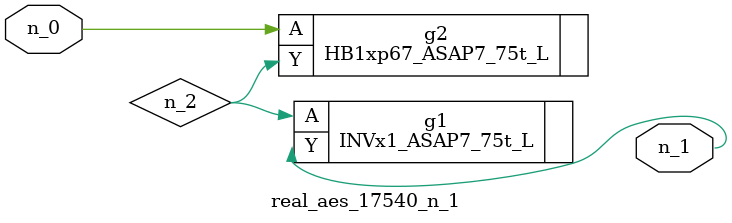
<source format=v>
module real_aes_17540_n_1 (n_0, n_1);
input n_0;
output n_1;
wire n_2;
HB1xp67_ASAP7_75t_L g2 ( .A(n_0), .Y(n_2) );
INVx1_ASAP7_75t_L g1 ( .A(n_2), .Y(n_1) );
endmodule
</source>
